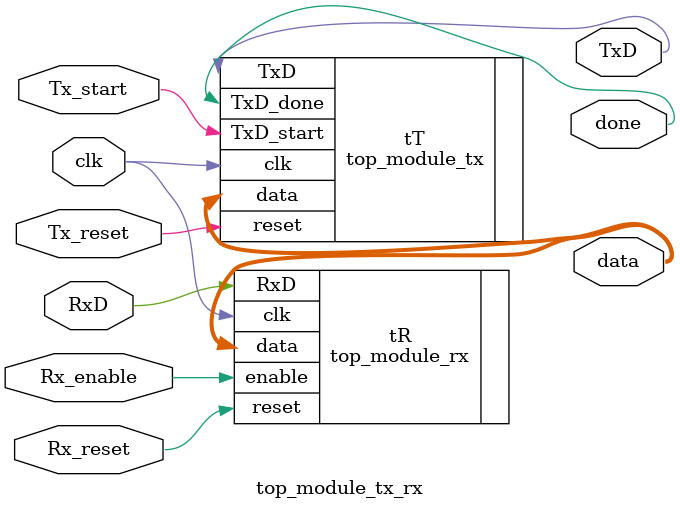
<source format=v>
module top_module_tx_rx(
    input clk,
    input RxD,
    input Rx_enable,
    input Rx_reset,
    input Tx_start,
    input Tx_reset,
    output TxD,
    output done,
    output [7:0] data
    );
    
    //wire [7:0] data;
    top_module_rx tR(.clk(clk),.enable(Rx_enable),.reset(Rx_reset),.RxD(RxD),.data(data));
    top_module_tx tT(.clk(clk),.TxD_start(Tx_start),.data(data),.reset(Tx_reset),.TxD(TxD),.TxD_done(done));
    
endmodule
</source>
